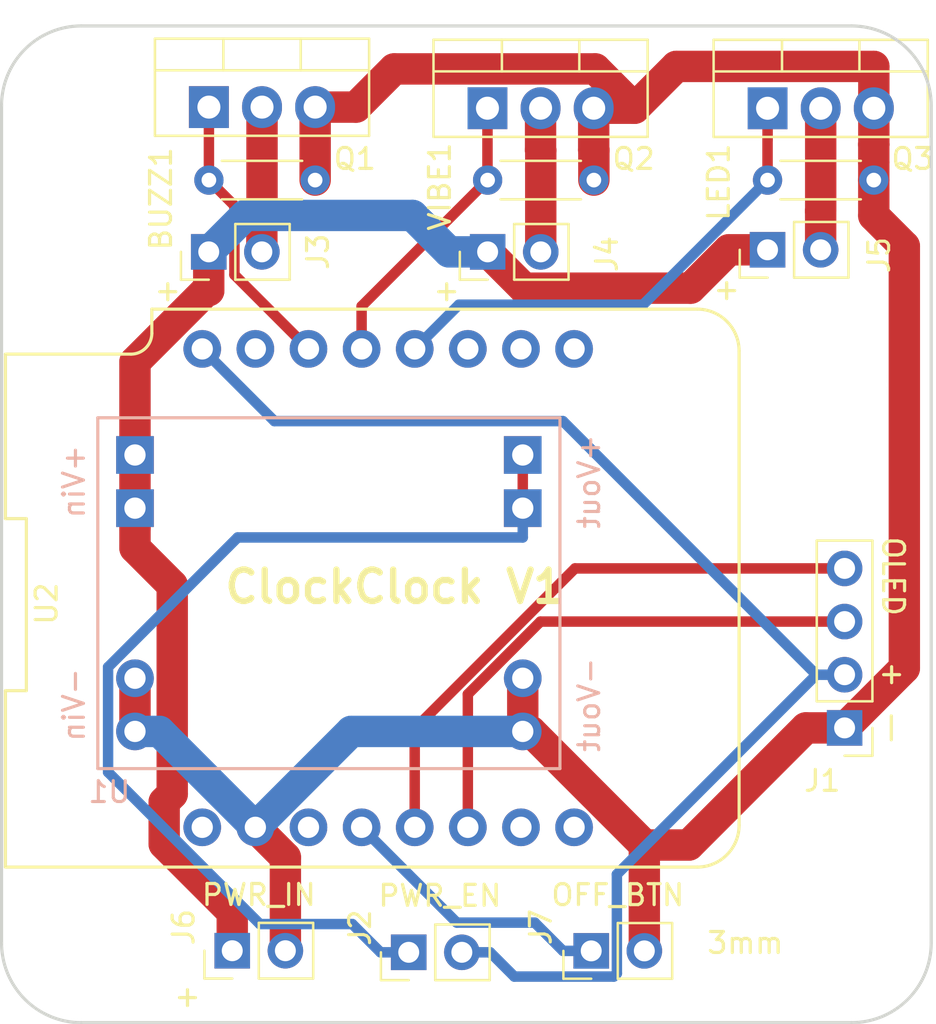
<source format=kicad_pcb>
(kicad_pcb (version 20171130) (host pcbnew "(5.0.0)")

  (general
    (thickness 1.6)
    (drawings 20)
    (tracks 108)
    (zones 0)
    (modules 19)
    (nets 22)
  )

  (page A4)
  (title_block
    (title ClockClock)
    (date 2018-09-12)
    (rev v1)
    (company "Big Iron Interactive")
    (comment 4 "Author: Mike Ashcraft")
  )

  (layers
    (0 F.Cu signal)
    (31 B.Cu signal)
    (32 B.Adhes user)
    (33 F.Adhes user)
    (34 B.Paste user)
    (35 F.Paste user)
    (36 B.SilkS user)
    (37 F.SilkS user)
    (38 B.Mask user)
    (39 F.Mask user)
    (40 Dwgs.User user)
    (41 Cmts.User user)
    (42 Eco1.User user)
    (43 Eco2.User user)
    (44 Edge.Cuts user)
    (45 Margin user)
    (46 B.CrtYd user)
    (47 F.CrtYd user)
    (48 B.Fab user)
    (49 F.Fab user hide)
  )

  (setup
    (last_trace_width 0.5)
    (trace_clearance 0.127)
    (zone_clearance 0.508)
    (zone_45_only no)
    (trace_min 0.127)
    (segment_width 0.2)
    (edge_width 0.15)
    (via_size 0.45)
    (via_drill 0.2)
    (via_min_size 0.45)
    (via_min_drill 0.2)
    (uvia_size 0.03)
    (uvia_drill 0.015)
    (uvias_allowed no)
    (uvia_min_size 0.027)
    (uvia_min_drill 0.013)
    (pcb_text_width 0.3)
    (pcb_text_size 1.5 1.5)
    (mod_edge_width 0.15)
    (mod_text_size 1 1)
    (mod_text_width 0.15)
    (pad_size 3.2 3.2)
    (pad_drill 3.2)
    (pad_to_mask_clearance 0.002)
    (aux_axis_origin 0 0)
    (visible_elements 7FFFFFFF)
    (pcbplotparams
      (layerselection 0x010fc_ffffffff)
      (usegerberextensions false)
      (usegerberattributes false)
      (usegerberadvancedattributes false)
      (creategerberjobfile false)
      (excludeedgelayer true)
      (linewidth 0.100000)
      (plotframeref false)
      (viasonmask false)
      (mode 1)
      (useauxorigin false)
      (hpglpennumber 1)
      (hpglpenspeed 20)
      (hpglpendiameter 15.000000)
      (psnegative false)
      (psa4output false)
      (plotreference true)
      (plotvalue true)
      (plotinvisibletext false)
      (padsonsilk false)
      (subtractmaskfromsilk false)
      (outputformat 1)
      (mirror false)
      (drillshape 0)
      (scaleselection 1)
      (outputdirectory "gerbers/"))
  )

  (net 0 "")
  (net 1 +12V)
  (net 2 GND)
  (net 3 "Net-(J2-Pad1)")
  (net 4 "Net-(BUZZ1-Pad1)")
  (net 5 "Net-(J1-Pad2)")
  (net 6 "Net-(J1-Pad3)")
  (net 7 "Net-(J1-Pad4)")
  (net 8 "Net-(J3-Pad2)")
  (net 9 "Net-(J4-Pad2)")
  (net 10 "Net-(J5-Pad2)")
  (net 11 "Net-(LED1-Pad1)")
  (net 12 "Net-(Q2-Pad1)")
  (net 13 "Net-(U2-Pad1)")
  (net 14 "Net-(U2-Pad15)")
  (net 15 "Net-(U2-Pad3)")
  (net 16 "Net-(U2-Pad11)")
  (net 17 "Net-(U2-Pad10)")
  (net 18 "Net-(U2-Pad7)")
  (net 19 "Net-(U2-Pad9)")
  (net 20 "Net-(U2-Pad8)")
  (net 21 "Net-(J7-Pad1)")

  (net_class Default "This is the default net class."
    (clearance 0.127)
    (trace_width 0.5)
    (via_dia 0.45)
    (via_drill 0.2)
    (uvia_dia 0.03)
    (uvia_drill 0.015)
    (add_net "Net-(BUZZ1-Pad1)")
    (add_net "Net-(J1-Pad2)")
    (add_net "Net-(J1-Pad3)")
    (add_net "Net-(J1-Pad4)")
    (add_net "Net-(J2-Pad1)")
    (add_net "Net-(J7-Pad1)")
    (add_net "Net-(LED1-Pad1)")
    (add_net "Net-(Q2-Pad1)")
    (add_net "Net-(U2-Pad1)")
    (add_net "Net-(U2-Pad10)")
    (add_net "Net-(U2-Pad11)")
    (add_net "Net-(U2-Pad15)")
    (add_net "Net-(U2-Pad3)")
    (add_net "Net-(U2-Pad7)")
    (add_net "Net-(U2-Pad8)")
    (add_net "Net-(U2-Pad9)")
  )

  (net_class Power ""
    (clearance 0.127)
    (trace_width 1.5)
    (via_dia 0.45)
    (via_drill 0.2)
    (uvia_dia 0.03)
    (uvia_drill 0.015)
    (add_net +12V)
    (add_net GND)
    (add_net "Net-(J3-Pad2)")
    (add_net "Net-(J4-Pad2)")
    (add_net "Net-(J5-Pad2)")
  )

  (module MountingHole:MountingHole_3.2mm_M3 (layer F.Cu) (tedit 56D1B4CB) (tstamp 5BA70239)
    (at 73.66 156.21)
    (descr "Mounting Hole 3.2mm, no annular, M3")
    (tags "mounting hole 3.2mm no annular m3")
    (attr virtual)
    (fp_text reference m3 (at 0 -4.2) (layer F.SilkS) hide
      (effects (font (size 1 1) (thickness 0.15)))
    )
    (fp_text value MountingHole_3.2mm_M3 (at 0 4.2) (layer F.Fab)
      (effects (font (size 1 1) (thickness 0.15)))
    )
    (fp_circle (center 0 0) (end 3.45 0) (layer F.CrtYd) (width 0.05))
    (fp_circle (center 0 0) (end 3.2 0) (layer Cmts.User) (width 0.15))
    (fp_text user %R (at 0.3 0) (layer F.Fab)
      (effects (font (size 1 1) (thickness 0.15)))
    )
    (pad 1 np_thru_hole circle (at 0 0) (size 3.2 3.2) (drill 3.2) (layers *.Cu *.Mask))
  )

  (module MountingHole:MountingHole_3.2mm_M3 (layer F.Cu) (tedit 56D1B4CB) (tstamp 5BA6FBB8)
    (at 110.49 129.54)
    (descr "Mounting Hole 3.2mm, no annular, M3")
    (tags "mounting hole 3.2mm no annular m3")
    (attr virtual)
    (fp_text reference m2 (at 0 -4.2) (layer F.SilkS) hide
      (effects (font (size 1 1) (thickness 0.15)))
    )
    (fp_text value MountingHole_3.2mm_M3 (at 0 4.2) (layer F.Fab)
      (effects (font (size 1 1) (thickness 0.15)))
    )
    (fp_circle (center 0 0) (end 3.45 0) (layer F.CrtYd) (width 0.05))
    (fp_circle (center 0 0) (end 3.2 0) (layer Cmts.User) (width 0.15))
    (fp_text user %R (at 0.3 0) (layer F.Fab)
      (effects (font (size 1 1) (thickness 0.15)))
    )
    (pad 1 np_thru_hole circle (at 0 0) (size 3.2 3.2) (drill 3.2) (layers *.Cu *.Mask))
  )

  (module MountingHole:MountingHole_3.2mm_M3 (layer F.Cu) (tedit 56D1B4CB) (tstamp 5BA6FBAA)
    (at 73.66 116.205)
    (descr "Mounting Hole 3.2mm, no annular, M3")
    (tags "mounting hole 3.2mm no annular m3")
    (attr virtual)
    (fp_text reference m1 (at 0 -4.2) (layer F.SilkS) hide
      (effects (font (size 1 1) (thickness 0.15)))
    )
    (fp_text value MountingHole_3.2mm_M3 (at 0 4.2) (layer F.Fab)
      (effects (font (size 1 1) (thickness 0.15)))
    )
    (fp_circle (center 0 0) (end 3.45 0) (layer F.CrtYd) (width 0.05))
    (fp_circle (center 0 0) (end 3.2 0) (layer Cmts.User) (width 0.15))
    (fp_text user %R (at 0.3 0) (layer F.Fab)
      (effects (font (size 1 1) (thickness 0.15)))
    )
    (pad 1 np_thru_hole circle (at 0 0) (size 3.2 3.2) (drill 3.2) (layers *.Cu *.Mask))
  )

  (module Connector_PinHeader_2.54mm:PinHeader_1x04_P2.54mm_Vertical (layer F.Cu) (tedit 59FED5CC) (tstamp 5BA5CBD5)
    (at 110.159 145.936 180)
    (descr "Through hole straight pin header, 1x04, 2.54mm pitch, single row")
    (tags "Through hole pin header THT 1x04 2.54mm single row")
    (path /5B97FFEF)
    (fp_text reference J1 (at 1.066352 -2.526927 180) (layer F.SilkS)
      (effects (font (size 1 1) (thickness 0.15)))
    )
    (fp_text value OLED (at 0 9.95 180) (layer F.Fab)
      (effects (font (size 1 1) (thickness 0.15)))
    )
    (fp_text user %R (at 0 3.81 270) (layer F.Fab)
      (effects (font (size 1 1) (thickness 0.15)))
    )
    (fp_line (start 1.8 -1.8) (end -1.8 -1.8) (layer F.CrtYd) (width 0.05))
    (fp_line (start 1.8 9.4) (end 1.8 -1.8) (layer F.CrtYd) (width 0.05))
    (fp_line (start -1.8 9.4) (end 1.8 9.4) (layer F.CrtYd) (width 0.05))
    (fp_line (start -1.8 -1.8) (end -1.8 9.4) (layer F.CrtYd) (width 0.05))
    (fp_line (start -1.33 -1.33) (end 0 -1.33) (layer F.SilkS) (width 0.12))
    (fp_line (start -1.33 0) (end -1.33 -1.33) (layer F.SilkS) (width 0.12))
    (fp_line (start -1.33 1.27) (end 1.33 1.27) (layer F.SilkS) (width 0.12))
    (fp_line (start 1.33 1.27) (end 1.33 8.95) (layer F.SilkS) (width 0.12))
    (fp_line (start -1.33 1.27) (end -1.33 8.95) (layer F.SilkS) (width 0.12))
    (fp_line (start -1.33 8.95) (end 1.33 8.95) (layer F.SilkS) (width 0.12))
    (fp_line (start -1.27 -0.635) (end -0.635 -1.27) (layer F.Fab) (width 0.1))
    (fp_line (start -1.27 8.89) (end -1.27 -0.635) (layer F.Fab) (width 0.1))
    (fp_line (start 1.27 8.89) (end -1.27 8.89) (layer F.Fab) (width 0.1))
    (fp_line (start 1.27 -1.27) (end 1.27 8.89) (layer F.Fab) (width 0.1))
    (fp_line (start -0.635 -1.27) (end 1.27 -1.27) (layer F.Fab) (width 0.1))
    (pad 4 thru_hole oval (at 0 7.62 180) (size 1.7 1.7) (drill 1) (layers *.Cu *.Mask)
      (net 7 "Net-(J1-Pad4)"))
    (pad 3 thru_hole oval (at 0 5.08 180) (size 1.7 1.7) (drill 1) (layers *.Cu *.Mask)
      (net 6 "Net-(J1-Pad3)"))
    (pad 2 thru_hole oval (at 0 2.54 180) (size 1.7 1.7) (drill 1) (layers *.Cu *.Mask)
      (net 5 "Net-(J1-Pad2)"))
    (pad 1 thru_hole rect (at 0 0 180) (size 1.7 1.7) (drill 1) (layers *.Cu *.Mask)
      (net 2 GND))
    (model ${KISYS3DMOD}/Connector_PinHeader_2.54mm.3dshapes/PinHeader_1x04_P2.54mm_Vertical.wrl
      (at (xyz 0 0 0))
      (scale (xyz 1 1 1))
      (rotate (xyz 0 0 0))
    )
  )

  (module wemos-d1-mini:wemos-d1-mini-with-pin-header-and-connector (layer F.Cu) (tedit 58B56593) (tstamp 5BA5AE26)
    (at 88.335 139.257)
    (path /5B97D5EE)
    (fp_text reference U2 (at -16.335001 0.742975 90) (layer F.SilkS)
      (effects (font (size 1 1) (thickness 0.15)))
    )
    (fp_text value WeMos_mini (at 0 0) (layer F.Fab)
      (effects (font (size 1 1) (thickness 0.15)))
    )
    (fp_arc (start -12.48 -12.33) (end -11.48 -12.33) (angle 90) (layer F.CrtYd) (width 0.05))
    (fp_line (start -18.46 -11.33) (end -12.48 -11.33) (layer F.CrtYd) (width 0.05))
    (fp_line (start -11.48 -13.5) (end -11.48 -12.33) (layer F.CrtYd) (width 0.05))
    (fp_line (start -11.3 -13.33) (end -11.3 -13.33) (layer F.SilkS) (width 0.15))
    (fp_line (start -11.3 -12.17) (end -11.3 -13.33) (layer F.SilkS) (width 0.15))
    (fp_arc (start -12.3 -12.18) (end -11.3 -12.18) (angle 90) (layer F.SilkS) (width 0.15))
    (fp_line (start -18.3 -11.18) (end -12.3 -11.18) (layer F.SilkS) (width 0.15))
    (fp_arc (start 14.94 -11.5) (end 14.85 -13.5) (angle 92.57657183) (layer F.CrtYd) (width 0.05))
    (fp_arc (start 14.94 11.5) (end 16.94 11.5) (angle 90) (layer F.CrtYd) (width 0.05))
    (fp_arc (start 14.78 11.33) (end 16.78 11.33) (angle 90) (layer F.SilkS) (width 0.15))
    (fp_arc (start 14.78 -11.33) (end 14.78 -13.33) (angle 90) (layer F.SilkS) (width 0.15))
    (fp_line (start -18.46 13.5) (end -18.46 -11.33) (layer F.CrtYd) (width 0.05))
    (fp_line (start 14.94 13.5) (end -18.46 13.5) (layer F.CrtYd) (width 0.05))
    (fp_line (start 16.94 -11.5) (end 16.94 11.5) (layer F.CrtYd) (width 0.05))
    (fp_line (start -11.48 -13.5) (end 14.85 -13.5) (layer F.CrtYd) (width 0.05))
    (fp_line (start -18.3 4.9) (end -18.3 13.329999) (layer F.SilkS) (width 0.15))
    (fp_line (start -17.3 4.9) (end -18.3 4.9) (layer F.SilkS) (width 0.15))
    (fp_line (start -17.3 -3.32) (end -17.3 4.9) (layer F.SilkS) (width 0.15))
    (fp_line (start -18.3 -3.32) (end -17.3 -3.32) (layer F.SilkS) (width 0.15))
    (fp_line (start -18.3 -11.18) (end -18.3 -3.32) (layer F.SilkS) (width 0.15))
    (fp_line (start 14.78 -13.33) (end -11.3 -13.33) (layer F.SilkS) (width 0.15))
    (fp_line (start 16.78 11.33) (end 16.78 -11.33) (layer F.SilkS) (width 0.15))
    (fp_line (start -18.3 13.33) (end 14.78 13.33) (layer F.SilkS) (width 0.15))
    (pad 8 thru_hole circle (at 8.89 11.43) (size 1.8 1.8) (drill 1.016) (layers *.Cu *.Mask)
      (net 20 "Net-(U2-Pad8)"))
    (pad 9 thru_hole circle (at 8.89 -11.43) (size 1.8 1.8) (drill 1.016) (layers *.Cu *.Mask)
      (net 19 "Net-(U2-Pad9)"))
    (pad 7 thru_hole circle (at 6.35 11.43) (size 1.8 1.8) (drill 1.016) (layers *.Cu *.Mask)
      (net 18 "Net-(U2-Pad7)"))
    (pad 10 thru_hole circle (at 6.35 -11.43) (size 1.8 1.8) (drill 1.016) (layers *.Cu *.Mask)
      (net 17 "Net-(U2-Pad10)"))
    (pad 6 thru_hole circle (at 3.81 11.43) (size 1.8 1.8) (drill 1.016) (layers *.Cu *.Mask)
      (net 6 "Net-(J1-Pad3)"))
    (pad 11 thru_hole circle (at 3.81 -11.43) (size 1.8 1.8) (drill 1.016) (layers *.Cu *.Mask)
      (net 16 "Net-(U2-Pad11)"))
    (pad 5 thru_hole circle (at 1.27 11.43) (size 1.8 1.8) (drill 1.016) (layers *.Cu *.Mask)
      (net 7 "Net-(J1-Pad4)"))
    (pad 12 thru_hole circle (at 1.27 -11.43) (size 1.8 1.8) (drill 1.016) (layers *.Cu *.Mask)
      (net 11 "Net-(LED1-Pad1)"))
    (pad 4 thru_hole circle (at -1.27 11.43) (size 1.8 1.8) (drill 1.016) (layers *.Cu *.Mask)
      (net 21 "Net-(J7-Pad1)"))
    (pad 13 thru_hole circle (at -1.27 -11.43) (size 1.8 1.8) (drill 1.016) (layers *.Cu *.Mask)
      (net 12 "Net-(Q2-Pad1)"))
    (pad 3 thru_hole circle (at -3.81 11.43) (size 1.8 1.8) (drill 1.016) (layers *.Cu *.Mask)
      (net 15 "Net-(U2-Pad3)"))
    (pad 14 thru_hole circle (at -3.81 -11.43) (size 1.8 1.8) (drill 1.016) (layers *.Cu *.Mask)
      (net 4 "Net-(BUZZ1-Pad1)"))
    (pad 2 thru_hole circle (at -6.35 11.43) (size 1.8 1.8) (drill 1.016) (layers *.Cu *.Mask)
      (net 2 GND))
    (pad 15 thru_hole circle (at -6.35 -11.43) (size 1.8 1.8) (drill 1.016) (layers *.Cu *.Mask)
      (net 14 "Net-(U2-Pad15)"))
    (pad 1 thru_hole circle (at -8.89 11.43) (size 1.8 1.8) (drill 1.016) (layers *.Cu *.Mask)
      (net 13 "Net-(U2-Pad1)"))
    (pad 16 thru_hole circle (at -8.89 -11.43) (size 1.8 1.8) (drill 1.016) (layers *.Cu *.Mask)
      (net 5 "Net-(J1-Pad2)"))
    (model ${KIPRJMOD}/3dshapes/wemos_d1_mini.3dshapes/d1_mini_shield.wrl
      (offset (xyz -17.89999973116897 -12.79999980776329 8.39999987384466))
      (scale (xyz 0.3937 0.3937 0.3937))
      (rotate (xyz 0 180 90))
    )
    (model ${KIPRJMOD}/3dshapes/wemos_d1_mini.3dshapes/SLW-108-01-G-S.wrl
      (offset (xyz 0 -11.39999982878918 0))
      (scale (xyz 0.3937 0.3937 0.3937))
      (rotate (xyz -90 0 0))
    )
    (model ${KIPRJMOD}/3dshapes/wemos_d1_mini.3dshapes/SLW-108-01-G-S.wrl
      (offset (xyz 0 11.39999982878918 0))
      (scale (xyz 0.3937 0.3937 0.3937))
      (rotate (xyz -90 0 0))
    )
    (model ${KIPRJMOD}/3dshapes/wemos_d1_mini.3dshapes/TSW-108-05-G-S.wrl
      (offset (xyz 0 -11.39999982878918 7.299999890364999))
      (scale (xyz 0.3937 0.3937 0.3937))
      (rotate (xyz 90 0 0))
    )
    (model ${KIPRJMOD}/3dshapes/wemos_d1_mini.3dshapes/TSW-108-05-G-S.wrl
      (offset (xyz 0 11.39999982878918 7.299999890364999))
      (scale (xyz 0.3937 0.3937 0.3937))
      (rotate (xyz 90 0 0))
    )
  )

  (module 3a_dcdc_vreg_board:8_pin_header_mount (layer B.Cu) (tedit 5BA907A0) (tstamp 5BA5ECF1)
    (at 85.5 139.5)
    (path /5B998EA6)
    (fp_text reference U1 (at -10.5 9.5) (layer B.SilkS)
      (effects (font (size 1 1) (thickness 0.15)) (justify mirror))
    )
    (fp_text value 3a_dcdc_vreg_board (at 0 7) (layer B.Fab)
      (effects (font (size 1 1) (thickness 0.15)) (justify mirror))
    )
    (fp_text user -Vout (at 12.446 5.334 90) (layer B.SilkS)
      (effects (font (size 1 1) (thickness 0.15)) (justify mirror))
    )
    (fp_text user +Vout (at 12.446 -5.334 90) (layer B.SilkS)
      (effects (font (size 1 1) (thickness 0.15)) (justify mirror))
    )
    (fp_text user -Vin (at -12.192 5.334 -90) (layer B.SilkS)
      (effects (font (size 1 1) (thickness 0.15)) (justify mirror))
    )
    (fp_text user +Vin (at -12.192 -5.334 -90) (layer B.SilkS)
      (effects (font (size 1 1) (thickness 0.15)) (justify mirror))
    )
    (fp_line (start 11.049 -8.382) (end 11.049 8.382) (layer B.SilkS) (width 0.15))
    (fp_line (start -11.049 -8.382) (end -11.049 8.382) (layer B.SilkS) (width 0.15))
    (fp_line (start -11.049 8.382) (end 11.049 8.382) (layer B.SilkS) (width 0.15))
    (fp_line (start -11.049 -8.382) (end 11.049 -8.382) (layer B.SilkS) (width 0.15))
    (pad 2 thru_hole circle (at 9.271 6.604) (size 1.8 1.8) (drill 1.016) (layers *.Cu *.Mask)
      (net 2 GND))
    (pad 4 thru_hole circle (at 9.271 4.064) (size 1.8 1.8) (drill 1.016) (layers *.Cu *.Mask)
      (net 2 GND))
    (pad 1 thru_hole circle (at -9.271 6.604) (size 1.8 1.8) (drill 1.016) (layers *.Cu *.Mask)
      (net 2 GND))
    (pad 3 thru_hole circle (at -9.271 4.064) (size 1.8 1.8) (drill 1.016) (layers *.Cu *.Mask)
      (net 2 GND))
    (pad 8 thru_hole rect (at 9.271 -6.604 270) (size 1.8 1.8) (drill 1.016) (layers *.Cu *.Mask)
      (net 3 "Net-(J2-Pad1)"))
    (pad 6 thru_hole rect (at 9.271 -4.064) (size 1.8 1.8) (drill 1.016) (layers *.Cu *.Mask)
      (net 3 "Net-(J2-Pad1)"))
    (pad 5 thru_hole rect (at -9.271 -4.064) (size 1.8 1.8) (drill 1.016) (layers *.Cu *.Mask)
      (net 1 +12V))
    (pad 7 thru_hole rect (at -9.271 -6.604) (size 1.8 1.8) (drill 1.016) (layers *.Cu *.Mask)
      (net 1 +12V))
  )

  (module Connector_PinHeader_2.54mm:PinHeader_1x02_P2.54mm_Vertical (layer F.Cu) (tedit 59FED5CC) (tstamp 5BA60316)
    (at 106.475 123.092 90)
    (descr "Through hole straight pin header, 1x02, 2.54mm pitch, single row")
    (tags "Through hole pin header THT 1x02 2.54mm single row")
    (path /5B99CF79)
    (fp_text reference J5 (at -0.254 5.334 90) (layer F.SilkS)
      (effects (font (size 1 1) (thickness 0.15)))
    )
    (fp_text value LED_CON (at -2.5 1 180) (layer F.Fab)
      (effects (font (size 1 1) (thickness 0.15)))
    )
    (fp_text user %R (at 0 1.27 180) (layer F.Fab)
      (effects (font (size 1 1) (thickness 0.15)))
    )
    (fp_line (start 1.8 -1.8) (end -1.8 -1.8) (layer F.CrtYd) (width 0.05))
    (fp_line (start 1.8 4.35) (end 1.8 -1.8) (layer F.CrtYd) (width 0.05))
    (fp_line (start -1.8 4.35) (end 1.8 4.35) (layer F.CrtYd) (width 0.05))
    (fp_line (start -1.8 -1.8) (end -1.8 4.35) (layer F.CrtYd) (width 0.05))
    (fp_line (start -1.33 -1.33) (end 0 -1.33) (layer F.SilkS) (width 0.12))
    (fp_line (start -1.33 0) (end -1.33 -1.33) (layer F.SilkS) (width 0.12))
    (fp_line (start -1.33 1.27) (end 1.33 1.27) (layer F.SilkS) (width 0.12))
    (fp_line (start 1.33 1.27) (end 1.33 3.87) (layer F.SilkS) (width 0.12))
    (fp_line (start -1.33 1.27) (end -1.33 3.87) (layer F.SilkS) (width 0.12))
    (fp_line (start -1.33 3.87) (end 1.33 3.87) (layer F.SilkS) (width 0.12))
    (fp_line (start -1.27 -0.635) (end -0.635 -1.27) (layer F.Fab) (width 0.1))
    (fp_line (start -1.27 3.81) (end -1.27 -0.635) (layer F.Fab) (width 0.1))
    (fp_line (start 1.27 3.81) (end -1.27 3.81) (layer F.Fab) (width 0.1))
    (fp_line (start 1.27 -1.27) (end 1.27 3.81) (layer F.Fab) (width 0.1))
    (fp_line (start -0.635 -1.27) (end 1.27 -1.27) (layer F.Fab) (width 0.1))
    (pad 2 thru_hole oval (at 0 2.54 90) (size 1.7 1.7) (drill 1) (layers *.Cu *.Mask)
      (net 10 "Net-(J5-Pad2)"))
    (pad 1 thru_hole rect (at 0 0 90) (size 1.7 1.7) (drill 1) (layers *.Cu *.Mask)
      (net 1 +12V))
    (model ${KISYS3DMOD}/Connector_PinHeader_2.54mm.3dshapes/PinHeader_1x02_P2.54mm_Vertical.wrl
      (at (xyz 0 0 0))
      (scale (xyz 1 1 1))
      (rotate (xyz 0 0 0))
    )
  )

  (module Connector_PinHeader_2.54mm:PinHeader_1x02_P2.54mm_Vertical (layer F.Cu) (tedit 59FED5CC) (tstamp 5BA5D3B2)
    (at 93.091 123.19 90)
    (descr "Through hole straight pin header, 1x02, 2.54mm pitch, single row")
    (tags "Through hole pin header THT 1x02 2.54mm single row")
    (path /5B99CF1D)
    (fp_text reference J4 (at -0.105315 5.700155 90) (layer F.SilkS)
      (effects (font (size 1 1) (thickness 0.15)))
    )
    (fp_text value VIBE_CON (at -2.5 1.5 180) (layer F.Fab)
      (effects (font (size 1 1) (thickness 0.15)))
    )
    (fp_text user %R (at 0 1.27 180) (layer F.Fab)
      (effects (font (size 1 1) (thickness 0.15)))
    )
    (fp_line (start 1.8 -1.8) (end -1.8 -1.8) (layer F.CrtYd) (width 0.05))
    (fp_line (start 1.8 4.35) (end 1.8 -1.8) (layer F.CrtYd) (width 0.05))
    (fp_line (start -1.8 4.35) (end 1.8 4.35) (layer F.CrtYd) (width 0.05))
    (fp_line (start -1.8 -1.8) (end -1.8 4.35) (layer F.CrtYd) (width 0.05))
    (fp_line (start -1.33 -1.33) (end 0 -1.33) (layer F.SilkS) (width 0.12))
    (fp_line (start -1.33 0) (end -1.33 -1.33) (layer F.SilkS) (width 0.12))
    (fp_line (start -1.33 1.27) (end 1.33 1.27) (layer F.SilkS) (width 0.12))
    (fp_line (start 1.33 1.27) (end 1.33 3.87) (layer F.SilkS) (width 0.12))
    (fp_line (start -1.33 1.27) (end -1.33 3.87) (layer F.SilkS) (width 0.12))
    (fp_line (start -1.33 3.87) (end 1.33 3.87) (layer F.SilkS) (width 0.12))
    (fp_line (start -1.27 -0.635) (end -0.635 -1.27) (layer F.Fab) (width 0.1))
    (fp_line (start -1.27 3.81) (end -1.27 -0.635) (layer F.Fab) (width 0.1))
    (fp_line (start 1.27 3.81) (end -1.27 3.81) (layer F.Fab) (width 0.1))
    (fp_line (start 1.27 -1.27) (end 1.27 3.81) (layer F.Fab) (width 0.1))
    (fp_line (start -0.635 -1.27) (end 1.27 -1.27) (layer F.Fab) (width 0.1))
    (pad 2 thru_hole oval (at 0 2.54 90) (size 1.7 1.7) (drill 1) (layers *.Cu *.Mask)
      (net 9 "Net-(J4-Pad2)"))
    (pad 1 thru_hole rect (at 0 0 90) (size 1.7 1.7) (drill 1) (layers *.Cu *.Mask)
      (net 1 +12V))
    (model ${KISYS3DMOD}/Connector_PinHeader_2.54mm.3dshapes/PinHeader_1x02_P2.54mm_Vertical.wrl
      (at (xyz 0 0 0))
      (scale (xyz 1 1 1))
      (rotate (xyz 0 0 0))
    )
  )

  (module Connector_PinHeader_2.54mm:PinHeader_1x02_P2.54mm_Vertical (layer F.Cu) (tedit 59FED5CC) (tstamp 5BA5D39D)
    (at 79.756 123.19 90)
    (descr "Through hole straight pin header, 1x02, 2.54mm pitch, single row")
    (tags "Through hole pin header THT 1x02 2.54mm single row")
    (path /5B99C2F4)
    (fp_text reference J3 (at 0.00304 5.222031 90) (layer F.SilkS)
      (effects (font (size 1 1) (thickness 0.15)))
    )
    (fp_text value BUZZ_CON (at -2.5 2 180) (layer F.Fab)
      (effects (font (size 1 1) (thickness 0.15)))
    )
    (fp_text user %R (at 0 1.27 180) (layer F.Fab)
      (effects (font (size 1 1) (thickness 0.15)))
    )
    (fp_line (start 1.8 -1.8) (end -1.8 -1.8) (layer F.CrtYd) (width 0.05))
    (fp_line (start 1.8 4.35) (end 1.8 -1.8) (layer F.CrtYd) (width 0.05))
    (fp_line (start -1.8 4.35) (end 1.8 4.35) (layer F.CrtYd) (width 0.05))
    (fp_line (start -1.8 -1.8) (end -1.8 4.35) (layer F.CrtYd) (width 0.05))
    (fp_line (start -1.33 -1.33) (end 0 -1.33) (layer F.SilkS) (width 0.12))
    (fp_line (start -1.33 0) (end -1.33 -1.33) (layer F.SilkS) (width 0.12))
    (fp_line (start -1.33 1.27) (end 1.33 1.27) (layer F.SilkS) (width 0.12))
    (fp_line (start 1.33 1.27) (end 1.33 3.87) (layer F.SilkS) (width 0.12))
    (fp_line (start -1.33 1.27) (end -1.33 3.87) (layer F.SilkS) (width 0.12))
    (fp_line (start -1.33 3.87) (end 1.33 3.87) (layer F.SilkS) (width 0.12))
    (fp_line (start -1.27 -0.635) (end -0.635 -1.27) (layer F.Fab) (width 0.1))
    (fp_line (start -1.27 3.81) (end -1.27 -0.635) (layer F.Fab) (width 0.1))
    (fp_line (start 1.27 3.81) (end -1.27 3.81) (layer F.Fab) (width 0.1))
    (fp_line (start 1.27 -1.27) (end 1.27 3.81) (layer F.Fab) (width 0.1))
    (fp_line (start -0.635 -1.27) (end 1.27 -1.27) (layer F.Fab) (width 0.1))
    (pad 2 thru_hole oval (at 0 2.54 90) (size 1.7 1.7) (drill 1) (layers *.Cu *.Mask)
      (net 8 "Net-(J3-Pad2)"))
    (pad 1 thru_hole rect (at 0 0 90) (size 1.7 1.7) (drill 1) (layers *.Cu *.Mask)
      (net 1 +12V))
    (model ${KISYS3DMOD}/Connector_PinHeader_2.54mm.3dshapes/PinHeader_1x02_P2.54mm_Vertical.wrl
      (at (xyz 0 0 0))
      (scale (xyz 1 1 1))
      (rotate (xyz 0 0 0))
    )
  )

  (module Connector_PinHeader_2.54mm:PinHeader_1x02_P2.54mm_Vertical (layer F.Cu) (tedit 59FED5CC) (tstamp 5BA5D388)
    (at 89.3186 156.659 90)
    (descr "Through hole straight pin header, 1x02, 2.54mm pitch, single row")
    (tags "Through hole pin header THT 1x02 2.54mm single row")
    (path /5B999B0D)
    (fp_text reference J2 (at 1.178 -2.33 90) (layer F.SilkS)
      (effects (font (size 1 1) (thickness 0.15)))
    )
    (fp_text value PWR_EN (at -2.5 1.5 180) (layer F.Fab)
      (effects (font (size 1 1) (thickness 0.15)))
    )
    (fp_text user %R (at 0 1.27 180) (layer F.Fab)
      (effects (font (size 1 1) (thickness 0.15)))
    )
    (fp_line (start 1.8 -1.8) (end -1.8 -1.8) (layer F.CrtYd) (width 0.05))
    (fp_line (start 1.8 4.35) (end 1.8 -1.8) (layer F.CrtYd) (width 0.05))
    (fp_line (start -1.8 4.35) (end 1.8 4.35) (layer F.CrtYd) (width 0.05))
    (fp_line (start -1.8 -1.8) (end -1.8 4.35) (layer F.CrtYd) (width 0.05))
    (fp_line (start -1.33 -1.33) (end 0 -1.33) (layer F.SilkS) (width 0.12))
    (fp_line (start -1.33 0) (end -1.33 -1.33) (layer F.SilkS) (width 0.12))
    (fp_line (start -1.33 1.27) (end 1.33 1.27) (layer F.SilkS) (width 0.12))
    (fp_line (start 1.33 1.27) (end 1.33 3.87) (layer F.SilkS) (width 0.12))
    (fp_line (start -1.33 1.27) (end -1.33 3.87) (layer F.SilkS) (width 0.12))
    (fp_line (start -1.33 3.87) (end 1.33 3.87) (layer F.SilkS) (width 0.12))
    (fp_line (start -1.27 -0.635) (end -0.635 -1.27) (layer F.Fab) (width 0.1))
    (fp_line (start -1.27 3.81) (end -1.27 -0.635) (layer F.Fab) (width 0.1))
    (fp_line (start 1.27 3.81) (end -1.27 3.81) (layer F.Fab) (width 0.1))
    (fp_line (start 1.27 -1.27) (end 1.27 3.81) (layer F.Fab) (width 0.1))
    (fp_line (start -0.635 -1.27) (end 1.27 -1.27) (layer F.Fab) (width 0.1))
    (pad 2 thru_hole oval (at 0 2.54 90) (size 1.7 1.7) (drill 1) (layers *.Cu *.Mask)
      (net 5 "Net-(J1-Pad2)"))
    (pad 1 thru_hole rect (at 0 0 90) (size 1.7 1.7) (drill 1) (layers *.Cu *.Mask)
      (net 3 "Net-(J2-Pad1)"))
    (model ${KISYS3DMOD}/Connector_PinHeader_2.54mm.3dshapes/PinHeader_1x02_P2.54mm_Vertical.wrl
      (at (xyz 0 0 0))
      (scale (xyz 1 1 1))
      (rotate (xyz 0 0 0))
    )
  )

  (module Resistor_THT:R_Axial_DIN0204_L3.6mm_D1.6mm_P5.08mm_Horizontal (layer F.Cu) (tedit 5AE5139B) (tstamp 5BA5BB60)
    (at 79.7639 119.761)
    (descr "Resistor, Axial_DIN0204 series, Axial, Horizontal, pin pitch=5.08mm, 0.167W, length*diameter=3.6*1.6mm^2, http://cdn-reichelt.de/documents/datenblatt/B400/1_4W%23YAG.pdf")
    (tags "Resistor Axial_DIN0204 series Axial Horizontal pin pitch 5.08mm 0.167W length 3.6mm diameter 1.6mm")
    (path /5B97F53B)
    (fp_text reference BUZZ1 (at -2.2939 0.889 90) (layer F.SilkS)
      (effects (font (size 1 1) (thickness 0.15)))
    )
    (fp_text value 10k (at 2.54 1.92) (layer F.Fab)
      (effects (font (size 1 1) (thickness 0.15)))
    )
    (fp_text user %R (at 2.54 0) (layer F.Fab)
      (effects (font (size 0.72 0.72) (thickness 0.108)))
    )
    (fp_line (start 6.03 -1.05) (end -0.95 -1.05) (layer F.CrtYd) (width 0.05))
    (fp_line (start 6.03 1.05) (end 6.03 -1.05) (layer F.CrtYd) (width 0.05))
    (fp_line (start -0.95 1.05) (end 6.03 1.05) (layer F.CrtYd) (width 0.05))
    (fp_line (start -0.95 -1.05) (end -0.95 1.05) (layer F.CrtYd) (width 0.05))
    (fp_line (start 0.62 0.92) (end 4.46 0.92) (layer F.SilkS) (width 0.12))
    (fp_line (start 0.62 -0.92) (end 4.46 -0.92) (layer F.SilkS) (width 0.12))
    (fp_line (start 5.08 0) (end 4.34 0) (layer F.Fab) (width 0.1))
    (fp_line (start 0 0) (end 0.74 0) (layer F.Fab) (width 0.1))
    (fp_line (start 4.34 -0.8) (end 0.74 -0.8) (layer F.Fab) (width 0.1))
    (fp_line (start 4.34 0.8) (end 4.34 -0.8) (layer F.Fab) (width 0.1))
    (fp_line (start 0.74 0.8) (end 4.34 0.8) (layer F.Fab) (width 0.1))
    (fp_line (start 0.74 -0.8) (end 0.74 0.8) (layer F.Fab) (width 0.1))
    (pad 2 thru_hole oval (at 5.08 0) (size 1.4 1.4) (drill 0.7) (layers *.Cu *.Mask)
      (net 2 GND))
    (pad 1 thru_hole circle (at 0 0) (size 1.4 1.4) (drill 0.7) (layers *.Cu *.Mask)
      (net 4 "Net-(BUZZ1-Pad1)"))
    (model ${KISYS3DMOD}/Resistor_THT.3dshapes/R_Axial_DIN0204_L3.6mm_D1.6mm_P5.08mm_Horizontal.wrl
      (at (xyz 0 0 0))
      (scale (xyz 1 1 1))
      (rotate (xyz 0 0 0))
    )
  )

  (module Resistor_THT:R_Axial_DIN0204_L3.6mm_D1.6mm_P5.08mm_Horizontal (layer F.Cu) (tedit 5AE5139B) (tstamp 5BA5ADAD)
    (at 106.475 119.761)
    (descr "Resistor, Axial_DIN0204 series, Axial, Horizontal, pin pitch=5.08mm, 0.167W, length*diameter=3.6*1.6mm^2, http://cdn-reichelt.de/documents/datenblatt/B400/1_4W%23YAG.pdf")
    (tags "Resistor Axial_DIN0204 series Axial Horizontal pin pitch 5.08mm 0.167W length 3.6mm diameter 1.6mm")
    (path /5B97F6C2)
    (fp_text reference LED1 (at -2.335 0.098006 90) (layer F.SilkS)
      (effects (font (size 1 1) (thickness 0.15)))
    )
    (fp_text value 10k (at 2.54 1.92) (layer F.Fab)
      (effects (font (size 1 1) (thickness 0.15)))
    )
    (fp_text user %R (at 2.54 0) (layer F.Fab)
      (effects (font (size 0.72 0.72) (thickness 0.108)))
    )
    (fp_line (start 6.03 -1.05) (end -0.95 -1.05) (layer F.CrtYd) (width 0.05))
    (fp_line (start 6.03 1.05) (end 6.03 -1.05) (layer F.CrtYd) (width 0.05))
    (fp_line (start -0.95 1.05) (end 6.03 1.05) (layer F.CrtYd) (width 0.05))
    (fp_line (start -0.95 -1.05) (end -0.95 1.05) (layer F.CrtYd) (width 0.05))
    (fp_line (start 0.62 0.92) (end 4.46 0.92) (layer F.SilkS) (width 0.12))
    (fp_line (start 0.62 -0.92) (end 4.46 -0.92) (layer F.SilkS) (width 0.12))
    (fp_line (start 5.08 0) (end 4.34 0) (layer F.Fab) (width 0.1))
    (fp_line (start 0 0) (end 0.74 0) (layer F.Fab) (width 0.1))
    (fp_line (start 4.34 -0.8) (end 0.74 -0.8) (layer F.Fab) (width 0.1))
    (fp_line (start 4.34 0.8) (end 4.34 -0.8) (layer F.Fab) (width 0.1))
    (fp_line (start 0.74 0.8) (end 4.34 0.8) (layer F.Fab) (width 0.1))
    (fp_line (start 0.74 -0.8) (end 0.74 0.8) (layer F.Fab) (width 0.1))
    (pad 2 thru_hole oval (at 5.08 0) (size 1.4 1.4) (drill 0.7) (layers *.Cu *.Mask)
      (net 2 GND))
    (pad 1 thru_hole circle (at 0 0) (size 1.4 1.4) (drill 0.7) (layers *.Cu *.Mask)
      (net 11 "Net-(LED1-Pad1)"))
    (model ${KISYS3DMOD}/Resistor_THT.3dshapes/R_Axial_DIN0204_L3.6mm_D1.6mm_P5.08mm_Horizontal.wrl
      (at (xyz 0 0 0))
      (scale (xyz 1 1 1))
      (rotate (xyz 0 0 0))
    )
  )

  (module Package_TO_SOT_THT:TO-220-3_Vertical (layer F.Cu) (tedit 5AC8BA0D) (tstamp 5BA704ED)
    (at 79.7639 116.274)
    (descr "TO-220-3, Vertical, RM 2.54mm, see https://www.vishay.com/docs/66542/to-220-1.pdf")
    (tags "TO-220-3 Vertical RM 2.54mm")
    (path /5B981561)
    (fp_text reference Q1 (at 6.977073 2.470925) (layer F.SilkS)
      (effects (font (size 1 1) (thickness 0.15)))
    )
    (fp_text value IRLZ44N (at 2.54 2.5) (layer F.Fab)
      (effects (font (size 1 1) (thickness 0.15)))
    )
    (fp_text user %R (at 2.54 -4.27) (layer F.Fab)
      (effects (font (size 1 1) (thickness 0.15)))
    )
    (fp_line (start 7.79 -3.4) (end -2.71 -3.4) (layer F.CrtYd) (width 0.05))
    (fp_line (start 7.79 1.51) (end 7.79 -3.4) (layer F.CrtYd) (width 0.05))
    (fp_line (start -2.71 1.51) (end 7.79 1.51) (layer F.CrtYd) (width 0.05))
    (fp_line (start -2.71 -3.4) (end -2.71 1.51) (layer F.CrtYd) (width 0.05))
    (fp_line (start 4.391 -3.27) (end 4.391 -1.76) (layer F.SilkS) (width 0.12))
    (fp_line (start 0.69 -3.27) (end 0.69 -1.76) (layer F.SilkS) (width 0.12))
    (fp_line (start -2.58 -1.76) (end 7.66 -1.76) (layer F.SilkS) (width 0.12))
    (fp_line (start 7.66 -3.27) (end 7.66 1.371) (layer F.SilkS) (width 0.12))
    (fp_line (start -2.58 -3.27) (end -2.58 1.371) (layer F.SilkS) (width 0.12))
    (fp_line (start -2.58 1.371) (end 7.66 1.371) (layer F.SilkS) (width 0.12))
    (fp_line (start -2.58 -3.27) (end 7.66 -3.27) (layer F.SilkS) (width 0.12))
    (fp_line (start 4.39 -3.15) (end 4.39 -1.88) (layer F.Fab) (width 0.1))
    (fp_line (start 0.69 -3.15) (end 0.69 -1.88) (layer F.Fab) (width 0.1))
    (fp_line (start -2.46 -1.88) (end 7.54 -1.88) (layer F.Fab) (width 0.1))
    (fp_line (start 7.54 -3.15) (end -2.46 -3.15) (layer F.Fab) (width 0.1))
    (fp_line (start 7.54 1.25) (end 7.54 -3.15) (layer F.Fab) (width 0.1))
    (fp_line (start -2.46 1.25) (end 7.54 1.25) (layer F.Fab) (width 0.1))
    (fp_line (start -2.46 -3.15) (end -2.46 1.25) (layer F.Fab) (width 0.1))
    (pad 3 thru_hole oval (at 5.08 0) (size 1.905 2) (drill 1.1) (layers *.Cu *.Mask)
      (net 2 GND))
    (pad 2 thru_hole oval (at 2.54 0) (size 1.905 2) (drill 1.1) (layers *.Cu *.Mask)
      (net 8 "Net-(J3-Pad2)"))
    (pad 1 thru_hole rect (at 0 0) (size 1.905 2) (drill 1.1) (layers *.Cu *.Mask)
      (net 4 "Net-(BUZZ1-Pad1)"))
    (model ${KISYS3DMOD}/Package_TO_SOT_THT.3dshapes/TO-220-3_Vertical.wrl
      (at (xyz 0 0 0))
      (scale (xyz 1 1 1))
      (rotate (xyz 0 0 0))
    )
  )

  (module Package_TO_SOT_THT:TO-220-3_Vertical (layer F.Cu) (tedit 5AC8BA0D) (tstamp 5BA5ADE1)
    (at 93.0831 116.326)
    (descr "TO-220-3, Vertical, RM 2.54mm, see https://www.vishay.com/docs/66542/to-220-1.pdf")
    (tags "TO-220-3 Vertical RM 2.54mm")
    (path /5B9815DF)
    (fp_text reference Q2 (at 6.992897 2.418705) (layer F.SilkS)
      (effects (font (size 1 1) (thickness 0.15)))
    )
    (fp_text value IRLZ44N (at 2.54 2.5) (layer F.Fab)
      (effects (font (size 1 1) (thickness 0.15)))
    )
    (fp_text user %R (at 2.54 -4.27) (layer F.Fab)
      (effects (font (size 1 1) (thickness 0.15)))
    )
    (fp_line (start 7.79 -3.4) (end -2.71 -3.4) (layer F.CrtYd) (width 0.05))
    (fp_line (start 7.79 1.51) (end 7.79 -3.4) (layer F.CrtYd) (width 0.05))
    (fp_line (start -2.71 1.51) (end 7.79 1.51) (layer F.CrtYd) (width 0.05))
    (fp_line (start -2.71 -3.4) (end -2.71 1.51) (layer F.CrtYd) (width 0.05))
    (fp_line (start 4.391 -3.27) (end 4.391 -1.76) (layer F.SilkS) (width 0.12))
    (fp_line (start 0.69 -3.27) (end 0.69 -1.76) (layer F.SilkS) (width 0.12))
    (fp_line (start -2.58 -1.76) (end 7.66 -1.76) (layer F.SilkS) (width 0.12))
    (fp_line (start 7.66 -3.27) (end 7.66 1.371) (layer F.SilkS) (width 0.12))
    (fp_line (start -2.58 -3.27) (end -2.58 1.371) (layer F.SilkS) (width 0.12))
    (fp_line (start -2.58 1.371) (end 7.66 1.371) (layer F.SilkS) (width 0.12))
    (fp_line (start -2.58 -3.27) (end 7.66 -3.27) (layer F.SilkS) (width 0.12))
    (fp_line (start 4.39 -3.15) (end 4.39 -1.88) (layer F.Fab) (width 0.1))
    (fp_line (start 0.69 -3.15) (end 0.69 -1.88) (layer F.Fab) (width 0.1))
    (fp_line (start -2.46 -1.88) (end 7.54 -1.88) (layer F.Fab) (width 0.1))
    (fp_line (start 7.54 -3.15) (end -2.46 -3.15) (layer F.Fab) (width 0.1))
    (fp_line (start 7.54 1.25) (end 7.54 -3.15) (layer F.Fab) (width 0.1))
    (fp_line (start -2.46 1.25) (end 7.54 1.25) (layer F.Fab) (width 0.1))
    (fp_line (start -2.46 -3.15) (end -2.46 1.25) (layer F.Fab) (width 0.1))
    (pad 3 thru_hole oval (at 5.08 0) (size 1.905 2) (drill 1.1) (layers *.Cu *.Mask)
      (net 2 GND))
    (pad 2 thru_hole oval (at 2.54 0) (size 1.905 2) (drill 1.1) (layers *.Cu *.Mask)
      (net 9 "Net-(J4-Pad2)"))
    (pad 1 thru_hole rect (at 0 0) (size 1.905 2) (drill 1.1) (layers *.Cu *.Mask)
      (net 12 "Net-(Q2-Pad1)"))
    (model ${KISYS3DMOD}/Package_TO_SOT_THT.3dshapes/TO-220-3_Vertical.wrl
      (at (xyz 0 0 0))
      (scale (xyz 1 1 1))
      (rotate (xyz 0 0 0))
    )
  )

  (module Package_TO_SOT_THT:TO-220-3_Vertical (layer F.Cu) (tedit 5AC8BA0D) (tstamp 5BA5ADFB)
    (at 106.477 116.329)
    (descr "TO-220-3, Vertical, RM 2.54mm, see https://www.vishay.com/docs/66542/to-220-1.pdf")
    (tags "TO-220-3 Vertical RM 2.54mm")
    (path /5B98163C)
    (fp_text reference Q3 (at 6.933733 2.416006) (layer F.SilkS)
      (effects (font (size 1 1) (thickness 0.15)))
    )
    (fp_text value IRLZ44N (at 2.54 2.5) (layer F.Fab)
      (effects (font (size 1 1) (thickness 0.15)))
    )
    (fp_text user %R (at 2.54 -4.27) (layer F.Fab)
      (effects (font (size 1 1) (thickness 0.15)))
    )
    (fp_line (start 7.79 -3.4) (end -2.71 -3.4) (layer F.CrtYd) (width 0.05))
    (fp_line (start 7.79 1.51) (end 7.79 -3.4) (layer F.CrtYd) (width 0.05))
    (fp_line (start -2.71 1.51) (end 7.79 1.51) (layer F.CrtYd) (width 0.05))
    (fp_line (start -2.71 -3.4) (end -2.71 1.51) (layer F.CrtYd) (width 0.05))
    (fp_line (start 4.391 -3.27) (end 4.391 -1.76) (layer F.SilkS) (width 0.12))
    (fp_line (start 0.69 -3.27) (end 0.69 -1.76) (layer F.SilkS) (width 0.12))
    (fp_line (start -2.58 -1.76) (end 7.66 -1.76) (layer F.SilkS) (width 0.12))
    (fp_line (start 7.66 -3.27) (end 7.66 1.371) (layer F.SilkS) (width 0.12))
    (fp_line (start -2.58 -3.27) (end -2.58 1.371) (layer F.SilkS) (width 0.12))
    (fp_line (start -2.58 1.371) (end 7.66 1.371) (layer F.SilkS) (width 0.12))
    (fp_line (start -2.58 -3.27) (end 7.66 -3.27) (layer F.SilkS) (width 0.12))
    (fp_line (start 4.39 -3.15) (end 4.39 -1.88) (layer F.Fab) (width 0.1))
    (fp_line (start 0.69 -3.15) (end 0.69 -1.88) (layer F.Fab) (width 0.1))
    (fp_line (start -2.46 -1.88) (end 7.54 -1.88) (layer F.Fab) (width 0.1))
    (fp_line (start 7.54 -3.15) (end -2.46 -3.15) (layer F.Fab) (width 0.1))
    (fp_line (start 7.54 1.25) (end 7.54 -3.15) (layer F.Fab) (width 0.1))
    (fp_line (start -2.46 1.25) (end 7.54 1.25) (layer F.Fab) (width 0.1))
    (fp_line (start -2.46 -3.15) (end -2.46 1.25) (layer F.Fab) (width 0.1))
    (pad 3 thru_hole oval (at 5.08 0) (size 1.905 2) (drill 1.1) (layers *.Cu *.Mask)
      (net 2 GND))
    (pad 2 thru_hole oval (at 2.54 0) (size 1.905 2) (drill 1.1) (layers *.Cu *.Mask)
      (net 10 "Net-(J5-Pad2)"))
    (pad 1 thru_hole rect (at 0 0) (size 1.905 2) (drill 1.1) (layers *.Cu *.Mask)
      (net 11 "Net-(LED1-Pad1)"))
    (model ${KISYS3DMOD}/Package_TO_SOT_THT.3dshapes/TO-220-3_Vertical.wrl
      (at (xyz 0 0 0))
      (scale (xyz 1 1 1))
      (rotate (xyz 0 0 0))
    )
  )

  (module Resistor_THT:R_Axial_DIN0204_L3.6mm_D1.6mm_P5.08mm_Horizontal (layer F.Cu) (tedit 5AE5139B) (tstamp 5BA5AE39)
    (at 93.091 119.761)
    (descr "Resistor, Axial_DIN0204 series, Axial, Horizontal, pin pitch=5.08mm, 0.167W, length*diameter=3.6*1.6mm^2, http://cdn-reichelt.de/documents/datenblatt/B400/1_4W%23YAG.pdf")
    (tags "Resistor Axial_DIN0204 series Axial Horizontal pin pitch 5.08mm 0.167W length 3.6mm diameter 1.6mm")
    (path /5B97F679)
    (fp_text reference VIBE1 (at -2.286 0.312 90) (layer F.SilkS)
      (effects (font (size 1 1) (thickness 0.15)))
    )
    (fp_text value 10k (at 2.54 1.92) (layer F.Fab)
      (effects (font (size 1 1) (thickness 0.15)))
    )
    (fp_text user %R (at 2.54 0) (layer F.Fab)
      (effects (font (size 0.72 0.72) (thickness 0.108)))
    )
    (fp_line (start 6.03 -1.05) (end -0.95 -1.05) (layer F.CrtYd) (width 0.05))
    (fp_line (start 6.03 1.05) (end 6.03 -1.05) (layer F.CrtYd) (width 0.05))
    (fp_line (start -0.95 1.05) (end 6.03 1.05) (layer F.CrtYd) (width 0.05))
    (fp_line (start -0.95 -1.05) (end -0.95 1.05) (layer F.CrtYd) (width 0.05))
    (fp_line (start 0.62 0.92) (end 4.46 0.92) (layer F.SilkS) (width 0.12))
    (fp_line (start 0.62 -0.92) (end 4.46 -0.92) (layer F.SilkS) (width 0.12))
    (fp_line (start 5.08 0) (end 4.34 0) (layer F.Fab) (width 0.1))
    (fp_line (start 0 0) (end 0.74 0) (layer F.Fab) (width 0.1))
    (fp_line (start 4.34 -0.8) (end 0.74 -0.8) (layer F.Fab) (width 0.1))
    (fp_line (start 4.34 0.8) (end 4.34 -0.8) (layer F.Fab) (width 0.1))
    (fp_line (start 0.74 0.8) (end 4.34 0.8) (layer F.Fab) (width 0.1))
    (fp_line (start 0.74 -0.8) (end 0.74 0.8) (layer F.Fab) (width 0.1))
    (pad 2 thru_hole oval (at 5.08 0) (size 1.4 1.4) (drill 0.7) (layers *.Cu *.Mask)
      (net 2 GND))
    (pad 1 thru_hole circle (at 0 0) (size 1.4 1.4) (drill 0.7) (layers *.Cu *.Mask)
      (net 12 "Net-(Q2-Pad1)"))
    (model ${KISYS3DMOD}/Resistor_THT.3dshapes/R_Axial_DIN0204_L3.6mm_D1.6mm_P5.08mm_Horizontal.wrl
      (at (xyz 0 0 0))
      (scale (xyz 1 1 1))
      (rotate (xyz 0 0 0))
    )
  )

  (module Connector_PinHeader_2.54mm:PinHeader_1x02_P2.54mm_Vertical (layer F.Cu) (tedit 59FED5CC) (tstamp 5B9A6E5B)
    (at 80.8801 156.583 90)
    (descr "Through hole straight pin header, 1x02, 2.54mm pitch, single row")
    (tags "Through hole pin header THT 1x02 2.54mm single row")
    (path /5B9B47F6)
    (fp_text reference J6 (at 1.126613 -2.33 90) (layer F.SilkS)
      (effects (font (size 1 1) (thickness 0.15)))
    )
    (fp_text value +12V_IN (at 0 4.87 90) (layer F.Fab)
      (effects (font (size 1 1) (thickness 0.15)))
    )
    (fp_text user %R (at 0 1.27 180) (layer F.Fab)
      (effects (font (size 1 1) (thickness 0.15)))
    )
    (fp_line (start 1.8 -1.8) (end -1.8 -1.8) (layer F.CrtYd) (width 0.05))
    (fp_line (start 1.8 4.35) (end 1.8 -1.8) (layer F.CrtYd) (width 0.05))
    (fp_line (start -1.8 4.35) (end 1.8 4.35) (layer F.CrtYd) (width 0.05))
    (fp_line (start -1.8 -1.8) (end -1.8 4.35) (layer F.CrtYd) (width 0.05))
    (fp_line (start -1.33 -1.33) (end 0 -1.33) (layer F.SilkS) (width 0.12))
    (fp_line (start -1.33 0) (end -1.33 -1.33) (layer F.SilkS) (width 0.12))
    (fp_line (start -1.33 1.27) (end 1.33 1.27) (layer F.SilkS) (width 0.12))
    (fp_line (start 1.33 1.27) (end 1.33 3.87) (layer F.SilkS) (width 0.12))
    (fp_line (start -1.33 1.27) (end -1.33 3.87) (layer F.SilkS) (width 0.12))
    (fp_line (start -1.33 3.87) (end 1.33 3.87) (layer F.SilkS) (width 0.12))
    (fp_line (start -1.27 -0.635) (end -0.635 -1.27) (layer F.Fab) (width 0.1))
    (fp_line (start -1.27 3.81) (end -1.27 -0.635) (layer F.Fab) (width 0.1))
    (fp_line (start 1.27 3.81) (end -1.27 3.81) (layer F.Fab) (width 0.1))
    (fp_line (start 1.27 -1.27) (end 1.27 3.81) (layer F.Fab) (width 0.1))
    (fp_line (start -0.635 -1.27) (end 1.27 -1.27) (layer F.Fab) (width 0.1))
    (pad 2 thru_hole oval (at 0 2.54 90) (size 1.7 1.7) (drill 1) (layers *.Cu *.Mask)
      (net 2 GND))
    (pad 1 thru_hole rect (at 0 0 90) (size 1.7 1.7) (drill 1) (layers *.Cu *.Mask)
      (net 1 +12V))
    (model ${KISYS3DMOD}/Connector_PinHeader_2.54mm.3dshapes/PinHeader_1x02_P2.54mm_Vertical.wrl
      (at (xyz 0 0 0))
      (scale (xyz 1 1 1))
      (rotate (xyz 0 0 0))
    )
  )

  (module MountingHole:MountingHole_3.2mm_M3 (layer F.Cu) (tedit 56D1B4CB) (tstamp 5BA6FBA1)
    (at 110.49 156.21)
    (descr "Mounting Hole 3.2mm, no annular, M3")
    (tags "mounting hole 3.2mm no annular m3")
    (attr virtual)
    (fp_text reference m4 (at 0 -4.2) (layer F.SilkS) hide
      (effects (font (size 1 1) (thickness 0.15)))
    )
    (fp_text value MountingHole_3.2mm_M3 (at 0 4.2) (layer F.Fab)
      (effects (font (size 1 1) (thickness 0.15)))
    )
    (fp_circle (center 0 0) (end 3.45 0) (layer F.CrtYd) (width 0.05))
    (fp_circle (center 0 0) (end 3.2 0) (layer Cmts.User) (width 0.15))
    (fp_text user %R (at 0.3 0) (layer F.Fab)
      (effects (font (size 1 1) (thickness 0.15)))
    )
    (pad 1 np_thru_hole circle (at 0 0) (size 3.2 3.2) (drill 3.2) (layers *.Cu *.Mask))
  )

  (module Connector_PinHeader_2.54mm:PinHeader_1x02_P2.54mm_Vertical (layer F.Cu) (tedit 59FED5CC) (tstamp 5BB33140)
    (at 98.044 156.591 90)
    (descr "Through hole straight pin header, 1x02, 2.54mm pitch, single row")
    (tags "Through hole pin header THT 1x02 2.54mm single row")
    (path /5B9AD0E4)
    (fp_text reference J7 (at 1.143 -2.413 90) (layer F.SilkS)
      (effects (font (size 1 1) (thickness 0.15)))
    )
    (fp_text value OFF_BTN (at 0 4.87 90) (layer F.Fab)
      (effects (font (size 1 1) (thickness 0.15)))
    )
    (fp_text user %R (at 0 1.27 180) (layer F.Fab)
      (effects (font (size 1 1) (thickness 0.15)))
    )
    (fp_line (start 1.8 -1.8) (end -1.8 -1.8) (layer F.CrtYd) (width 0.05))
    (fp_line (start 1.8 4.35) (end 1.8 -1.8) (layer F.CrtYd) (width 0.05))
    (fp_line (start -1.8 4.35) (end 1.8 4.35) (layer F.CrtYd) (width 0.05))
    (fp_line (start -1.8 -1.8) (end -1.8 4.35) (layer F.CrtYd) (width 0.05))
    (fp_line (start -1.33 -1.33) (end 0 -1.33) (layer F.SilkS) (width 0.12))
    (fp_line (start -1.33 0) (end -1.33 -1.33) (layer F.SilkS) (width 0.12))
    (fp_line (start -1.33 1.27) (end 1.33 1.27) (layer F.SilkS) (width 0.12))
    (fp_line (start 1.33 1.27) (end 1.33 3.87) (layer F.SilkS) (width 0.12))
    (fp_line (start -1.33 1.27) (end -1.33 3.87) (layer F.SilkS) (width 0.12))
    (fp_line (start -1.33 3.87) (end 1.33 3.87) (layer F.SilkS) (width 0.12))
    (fp_line (start -1.27 -0.635) (end -0.635 -1.27) (layer F.Fab) (width 0.1))
    (fp_line (start -1.27 3.81) (end -1.27 -0.635) (layer F.Fab) (width 0.1))
    (fp_line (start 1.27 3.81) (end -1.27 3.81) (layer F.Fab) (width 0.1))
    (fp_line (start 1.27 -1.27) (end 1.27 3.81) (layer F.Fab) (width 0.1))
    (fp_line (start -0.635 -1.27) (end 1.27 -1.27) (layer F.Fab) (width 0.1))
    (pad 2 thru_hole oval (at 0 2.54 90) (size 1.7 1.7) (drill 1) (layers *.Cu *.Mask)
      (net 2 GND))
    (pad 1 thru_hole rect (at 0 0 90) (size 1.7 1.7) (drill 1) (layers *.Cu *.Mask)
      (net 21 "Net-(J7-Pad1)"))
    (model ${KISYS3DMOD}/Connector_PinHeader_2.54mm.3dshapes/PinHeader_1x02_P2.54mm_Vertical.wrl
      (at (xyz 0 0 0))
      (scale (xyz 1 1 1))
      (rotate (xyz 0 0 0))
    )
  )

  (gr_text "ClockClock V1" (at 88.646 139.192) (layer F.SilkS)
    (effects (font (size 1.5 1.5) (thickness 0.3)))
  )
  (gr_text OFF_BTN (at 99.314 153.924) (layer F.SilkS)
    (effects (font (size 1 1) (thickness 0.153)))
  )
  (gr_text 3mm (at 105.41 156.21) (layer F.SilkS)
    (effects (font (size 1 1) (thickness 0.153)))
  )
  (gr_line (start 73.66 160.02) (end 110.49 160.02) (layer Edge.Cuts) (width 0.15))
  (gr_line (start 114.3 116.205) (end 114.3 156.21) (layer Edge.Cuts) (width 0.15))
  (gr_line (start 110.49 112.395) (end 73.66 112.395) (layer Edge.Cuts) (width 0.15))
  (gr_line (start 69.85 156.21) (end 69.85 116.205) (layer Edge.Cuts) (width 0.15))
  (gr_arc (start 110.49 116.205) (end 114.3 116.205) (angle -90) (layer Edge.Cuts) (width 0.15) (tstamp 5BA7027B))
  (gr_arc (start 73.66 116.205) (end 73.66 112.395) (angle -90) (layer Edge.Cuts) (width 0.15) (tstamp 5BA70276))
  (gr_arc (start 73.66 156.21) (end 69.85 156.21) (angle -90) (layer Edge.Cuts) (width 0.15) (tstamp 5BA7026B))
  (gr_arc (start 110.49 156.21) (end 110.49 160.02) (angle -90) (layer Edge.Cuts) (width 0.15))
  (gr_text + (at 77.724 125.095 90) (layer F.SilkS) (tstamp 5B9A794D)
    (effects (font (size 1 1) (thickness 0.153)))
  )
  (gr_text PWR_IN (at 82.150094 153.916241) (layer F.SilkS)
    (effects (font (size 1 1) (thickness 0.153)))
  )
  (gr_text - (at 112.506752 145.933073 270) (layer F.SilkS)
    (effects (font (size 1.5 1.5) (thickness 0.153)))
  )
  (gr_text + (at 112.481352 143.393073 270) (layer F.SilkS) (tstamp 5B9A6FBC)
    (effects (font (size 1 1) (thickness 0.153)))
  )
  (gr_text + (at 104.521 124.968) (layer F.SilkS) (tstamp 5B9A6EF7)
    (effects (font (size 1 1) (thickness 0.153)))
  )
  (gr_text + (at 91.059 125.095 90) (layer F.SilkS) (tstamp 5B9A6EF5)
    (effects (font (size 1 1) (thickness 0.153)))
  )
  (gr_text + (at 78.74 158.75) (layer F.SilkS)
    (effects (font (size 1 1) (thickness 0.153)))
  )
  (gr_text PWR_EN (at 90.806611 153.957056) (layer F.SilkS)
    (effects (font (size 1 1) (thickness 0.153)))
  )
  (gr_text OLED (at 112.481352 138.694073 270) (layer F.SilkS)
    (effects (font (size 1 1) (thickness 0.153)))
  )

  (segment (start 76.229 135.436) (end 76.229 132.896) (width 1.5) (layer F.Cu) (net 1))
  (segment (start 76.229 136.386) (end 76.229 135.436) (width 1.5) (layer F.Cu) (net 1))
  (segment (start 76.229 136.386) (end 76.229 137.336) (width 1.5) (layer F.Cu) (net 1))
  (segment (start 106.475 123.092) (end 104.625 123.092) (width 1.5) (layer F.Cu) (net 1))
  (segment (start 104.625 123.092) (end 102.7919 124.9251) (width 1.5) (layer F.Cu) (net 1))
  (segment (start 102.7919 124.9251) (end 94.8261 124.9251) (width 1.5) (layer F.Cu) (net 1))
  (segment (start 94.8261 124.9251) (end 93.091 123.19) (width 1.5) (layer F.Cu) (net 1))
  (segment (start 93.091 123.19) (end 91.241 123.19) (width 1.5) (layer B.Cu) (net 1))
  (segment (start 91.241 123.19) (end 89.5003 121.4493) (width 1.5) (layer B.Cu) (net 1))
  (segment (start 89.5003 121.4493) (end 81.4967 121.4493) (width 1.5) (layer B.Cu) (net 1))
  (segment (start 81.4967 121.4493) (end 79.756 123.19) (width 1.5) (layer B.Cu) (net 1))
  (segment (start 79.756 123.19) (end 79.756 125.04) (width 1.5) (layer F.Cu) (net 1))
  (segment (start 79.756 125.04) (end 79.6404 125.04) (width 1.5) (layer F.Cu) (net 1))
  (segment (start 79.6404 125.04) (end 76.229 128.4514) (width 1.5) (layer F.Cu) (net 1))
  (segment (start 76.229 128.4514) (end 76.229 132.896) (width 1.5) (layer F.Cu) (net 1))
  (segment (start 80.8801 156.583) (end 80.8801 154.733) (width 1.5) (layer F.Cu) (net 1))
  (segment (start 80.8801 154.733) (end 77.6257 151.4786) (width 1.5) (layer F.Cu) (net 1))
  (segment (start 77.6257 151.4786) (end 77.6257 149.4778) (width 1.5) (layer F.Cu) (net 1))
  (segment (start 77.6257 149.4778) (end 78.0102 149.0933) (width 1.5) (layer F.Cu) (net 1))
  (segment (start 78.0102 149.0933) (end 78.0102 139.1172) (width 1.5) (layer F.Cu) (net 1))
  (segment (start 78.0102 139.1172) (end 76.229 137.336) (width 1.5) (layer F.Cu) (net 1))
  (segment (start 100.1156 116.326) (end 98.2383 114.4487) (width 1.5) (layer F.Cu) (net 2))
  (segment (start 98.2383 114.4487) (end 88.6217 114.4487) (width 1.5) (layer F.Cu) (net 2))
  (segment (start 88.6217 114.4487) (end 86.7964 116.274) (width 1.5) (layer F.Cu) (net 2))
  (segment (start 84.8439 116.274) (end 86.7964 116.274) (width 1.5) (layer F.Cu) (net 2))
  (segment (start 111.557 114.329) (end 102.1126 114.329) (width 1.5) (layer F.Cu) (net 2))
  (segment (start 102.1126 114.329) (end 100.1156 116.326) (width 1.5) (layer F.Cu) (net 2))
  (segment (start 98.1631 116.326) (end 100.1156 116.326) (width 1.5) (layer F.Cu) (net 2))
  (segment (start 111.557 116.329) (end 111.557 114.329) (width 1.5) (layer F.Cu) (net 2))
  (segment (start 111.555 118.061) (end 111.557 118.059) (width 1.5) (layer F.Cu) (net 2))
  (segment (start 111.557 118.059) (end 111.557 116.329) (width 1.5) (layer F.Cu) (net 2))
  (segment (start 81.985 150.687) (end 83.4201 152.1221) (width 1.5) (layer F.Cu) (net 2))
  (segment (start 83.4201 152.1221) (end 83.4201 156.583) (width 1.5) (layer F.Cu) (net 2))
  (segment (start 100.584 151.5323) (end 95.1557 146.104) (width 1.5) (layer F.Cu) (net 2))
  (segment (start 95.1557 146.104) (end 94.771 146.104) (width 1.5) (layer F.Cu) (net 2))
  (segment (start 100.584 156.591) (end 100.584 151.5323) (width 1.5) (layer F.Cu) (net 2))
  (segment (start 100.584 151.5323) (end 102.7127 151.5323) (width 1.5) (layer F.Cu) (net 2))
  (segment (start 102.7127 151.5323) (end 108.309 145.936) (width 1.5) (layer F.Cu) (net 2))
  (segment (start 110.159 145.936) (end 108.309 145.936) (width 1.5) (layer F.Cu) (net 2))
  (segment (start 76.229 146.104) (end 77.402 146.104) (width 1.5) (layer B.Cu) (net 2))
  (segment (start 77.402 146.104) (end 81.985 150.687) (width 1.5) (layer B.Cu) (net 2))
  (segment (start 94.771 146.104) (end 86.568 146.104) (width 1.5) (layer B.Cu) (net 2))
  (segment (start 86.568 146.104) (end 81.985 150.687) (width 1.5) (layer B.Cu) (net 2))
  (segment (start 76.229 146.104) (end 76.229 143.564) (width 1.5) (layer F.Cu) (net 2))
  (segment (start 94.771 146.104) (end 94.771 143.564) (width 1.5) (layer F.Cu) (net 2))
  (segment (start 111.555 119.761) (end 111.555 121.461) (width 1.5) (layer F.Cu) (net 2))
  (segment (start 111.555 121.461) (end 113.0162 122.9222) (width 1.5) (layer F.Cu) (net 2))
  (segment (start 113.0162 122.9222) (end 113.0162 143.0788) (width 1.5) (layer F.Cu) (net 2))
  (segment (start 113.0162 143.0788) (end 110.159 145.936) (width 1.5) (layer F.Cu) (net 2))
  (segment (start 111.555 118.911) (end 111.555 119.761) (width 1.5) (layer F.Cu) (net 2))
  (segment (start 111.555 118.911) (end 111.555 118.061) (width 1.5) (layer F.Cu) (net 2))
  (segment (start 84.8439 116.274) (end 84.8439 119.761) (width 1.5) (layer F.Cu) (net 2))
  (segment (start 98.1631 116.326) (end 98.1631 118.326) (width 1.5) (layer F.Cu) (net 2))
  (segment (start 98.1631 118.326) (end 98.171 118.3339) (width 1.5) (layer F.Cu) (net 2))
  (segment (start 98.171 118.3339) (end 98.171 119.761) (width 1.5) (layer F.Cu) (net 2))
  (segment (start 94.771 135.436) (end 94.771 136.836) (width 0.5) (layer B.Cu) (net 3))
  (segment (start 89.3186 156.659) (end 87.9686 156.659) (width 0.5) (layer B.Cu) (net 3))
  (segment (start 87.9686 156.659) (end 86.6186 155.309) (width 0.5) (layer B.Cu) (net 3))
  (segment (start 86.6186 155.309) (end 82.2017 155.309) (width 0.5) (layer B.Cu) (net 3))
  (segment (start 82.2017 155.309) (end 74.9426 148.0499) (width 0.5) (layer B.Cu) (net 3))
  (segment (start 74.9426 148.0499) (end 74.9426 143.0329) (width 0.5) (layer B.Cu) (net 3))
  (segment (start 74.9426 143.0329) (end 81.1395 136.836) (width 0.5) (layer B.Cu) (net 3))
  (segment (start 81.1395 136.836) (end 94.771 136.836) (width 0.5) (layer B.Cu) (net 3))
  (segment (start 94.771 132.896) (end 94.771 135.436) (width 0.5) (layer F.Cu) (net 3))
  (segment (start 79.7639 119.761) (end 80.9834 120.9805) (width 0.5) (layer F.Cu) (net 4))
  (segment (start 80.9834 120.9805) (end 80.9834 124.2854) (width 0.5) (layer F.Cu) (net 4))
  (segment (start 80.9834 124.2854) (end 84.525 127.827) (width 0.5) (layer F.Cu) (net 4))
  (segment (start 79.7639 116.274) (end 79.7639 119.761) (width 0.5) (layer F.Cu) (net 4))
  (segment (start 91.8586 156.659) (end 93.2086 156.659) (width 0.5) (layer B.Cu) (net 5))
  (segment (start 93.2086 156.659) (end 94.368 157.8184) (width 0.5) (layer B.Cu) (net 5))
  (segment (start 94.368 157.8184) (end 99.1205 157.8184) (width 0.5) (layer B.Cu) (net 5))
  (segment (start 99.1205 157.8184) (end 99.2714 157.6675) (width 0.5) (layer B.Cu) (net 5))
  (segment (start 99.2714 157.6675) (end 99.2714 152.9336) (width 0.5) (layer B.Cu) (net 5))
  (segment (start 99.2714 152.9336) (end 108.809 143.396) (width 0.5) (layer B.Cu) (net 5))
  (segment (start 110.159 143.396) (end 108.809 143.396) (width 0.5) (layer B.Cu) (net 5))
  (segment (start 79.445 127.827) (end 82.897 131.279) (width 0.5) (layer B.Cu) (net 5))
  (segment (start 82.897 131.279) (end 96.692 131.279) (width 0.5) (layer B.Cu) (net 5))
  (segment (start 96.692 131.279) (end 108.809 143.396) (width 0.5) (layer B.Cu) (net 5))
  (segment (start 110.159 140.856) (end 108.809 140.856) (width 0.5) (layer F.Cu) (net 6))
  (segment (start 92.145 150.687) (end 92.145 144.3264) (width 0.5) (layer F.Cu) (net 6))
  (segment (start 92.145 144.3264) (end 95.6154 140.856) (width 0.5) (layer F.Cu) (net 6))
  (segment (start 95.6154 140.856) (end 108.809 140.856) (width 0.5) (layer F.Cu) (net 6))
  (segment (start 110.159 138.316) (end 97.2682 138.316) (width 0.5) (layer F.Cu) (net 7))
  (segment (start 97.2682 138.316) (end 89.605 145.9792) (width 0.5) (layer F.Cu) (net 7))
  (segment (start 89.605 145.9792) (end 89.605 150.687) (width 0.5) (layer F.Cu) (net 7))
  (segment (start 82.296 123.19) (end 82.296 121.34) (width 1.5) (layer F.Cu) (net 8))
  (segment (start 82.3039 116.274) (end 82.3039 121.3321) (width 1.5) (layer F.Cu) (net 8))
  (segment (start 82.3039 121.3321) (end 82.296 121.34) (width 1.5) (layer F.Cu) (net 8))
  (segment (start 95.6231 116.326) (end 95.6231 118.326) (width 1.5) (layer F.Cu) (net 9))
  (segment (start 95.6231 118.326) (end 95.631 118.3339) (width 1.5) (layer F.Cu) (net 9))
  (segment (start 95.631 118.3339) (end 95.631 123.19) (width 1.5) (layer F.Cu) (net 9))
  (segment (start 109.015 123.092) (end 109.015 121.242) (width 1.5) (layer F.Cu) (net 10))
  (segment (start 109.017 116.329) (end 109.017 121.24) (width 1.5) (layer F.Cu) (net 10))
  (segment (start 109.017 121.24) (end 109.015 121.242) (width 1.5) (layer F.Cu) (net 10))
  (segment (start 106.475 119.761) (end 100.5202 125.7158) (width 0.5) (layer B.Cu) (net 11))
  (segment (start 100.5202 125.7158) (end 91.7162 125.7158) (width 0.5) (layer B.Cu) (net 11))
  (segment (start 91.7162 125.7158) (end 89.605 127.827) (width 0.5) (layer B.Cu) (net 11))
  (segment (start 106.477 116.329) (end 106.477 117.829) (width 0.5) (layer F.Cu) (net 11))
  (segment (start 106.477 117.829) (end 106.475 117.831) (width 0.5) (layer F.Cu) (net 11))
  (segment (start 106.475 117.831) (end 106.475 119.761) (width 0.5) (layer F.Cu) (net 11))
  (segment (start 93.091 119.761) (end 87.065 125.787) (width 0.5) (layer F.Cu) (net 12))
  (segment (start 87.065 125.787) (end 87.065 127.827) (width 0.5) (layer F.Cu) (net 12))
  (segment (start 93.0831 116.326) (end 93.0831 119.7531) (width 0.5) (layer F.Cu) (net 12))
  (segment (start 93.0831 119.7531) (end 93.091 119.761) (width 0.5) (layer F.Cu) (net 12))
  (segment (start 87.065 150.687) (end 91.619 155.241) (width 0.5) (layer B.Cu) (net 21))
  (segment (start 91.619 155.241) (end 95.344 155.241) (width 0.5) (layer B.Cu) (net 21))
  (segment (start 95.344 155.241) (end 96.694 156.591) (width 0.5) (layer B.Cu) (net 21))
  (segment (start 98.044 156.591) (end 96.694 156.591) (width 0.5) (layer B.Cu) (net 21))

)

</source>
